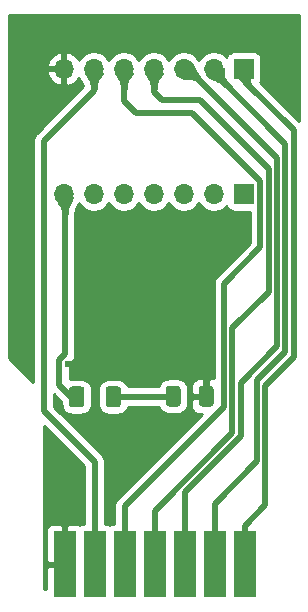
<source format=gtl>
%TF.GenerationSoftware,KiCad,Pcbnew,5.1.9+dfsg1-1+deb11u1*%
%TF.CreationDate,2025-07-24T09:20:50+02:00*%
%TF.ProjectId,ECI-Breakout,4543492d-4272-4656-916b-6f75742e6b69,1.1*%
%TF.SameCoordinates,Original*%
%TF.FileFunction,Copper,L1,Top*%
%TF.FilePolarity,Positive*%
%FSLAX46Y46*%
G04 Gerber Fmt 4.6, Leading zero omitted, Abs format (unit mm)*
G04 Created by KiCad (PCBNEW 5.1.9+dfsg1-1+deb11u1) date 2025-07-24 09:20:50*
%MOMM*%
%LPD*%
G01*
G04 APERTURE LIST*
%TA.AperFunction,SMDPad,CuDef*%
%ADD10R,1.930400X5.588000*%
%TD*%
%TA.AperFunction,ComponentPad*%
%ADD11R,1.700000X1.700000*%
%TD*%
%TA.AperFunction,ComponentPad*%
%ADD12O,1.700000X1.700000*%
%TD*%
%TA.AperFunction,ViaPad*%
%ADD13C,0.600000*%
%TD*%
%TA.AperFunction,Conductor*%
%ADD14C,0.500000*%
%TD*%
%TA.AperFunction,Conductor*%
%ADD15C,0.254000*%
%TD*%
%TA.AperFunction,Conductor*%
%ADD16C,0.100000*%
%TD*%
%TA.AperFunction,Conductor*%
%ADD17C,0.025400*%
%TD*%
G04 APERTURE END LIST*
D10*
%TO.P,ECI1,A*%
%TO.N,/RSRVD*%
X139672000Y-115190000D03*
%TO.P,ECI1,B*%
%TO.N,/~IRQ*%
X137132000Y-115190000D03*
%TO.P,ECI1,C*%
%TO.N,/~HALT*%
X134592000Y-115190000D03*
%TO.P,ECI1,D*%
%TO.N,/A13*%
X132052000Y-115190000D03*
%TO.P,ECI1,E*%
%TO.N,/A14*%
X129512000Y-115190000D03*
%TO.P,ECI1,F*%
%TO.N,/A15*%
X126972000Y-115190000D03*
%TO.P,ECI1,H*%
%TO.N,GND*%
X124432000Y-115190000D03*
%TD*%
%TO.P,D1,1*%
%TO.N,GND*%
%TA.AperFunction,SMDPad,CuDef*%
G36*
G01*
X137045000Y-100325000D02*
X137045000Y-101575000D01*
G75*
G02*
X136795000Y-101825000I-250000J0D01*
G01*
X136045000Y-101825000D01*
G75*
G02*
X135795000Y-101575000I0J250000D01*
G01*
X135795000Y-100325000D01*
G75*
G02*
X136045000Y-100075000I250000J0D01*
G01*
X136795000Y-100075000D01*
G75*
G02*
X137045000Y-100325000I0J-250000D01*
G01*
G37*
%TD.AperFunction*%
%TO.P,D1,2*%
%TO.N,Net-(D1-Pad2)*%
%TA.AperFunction,SMDPad,CuDef*%
G36*
G01*
X134245000Y-100325000D02*
X134245000Y-101575000D01*
G75*
G02*
X133995000Y-101825000I-250000J0D01*
G01*
X133245000Y-101825000D01*
G75*
G02*
X132995000Y-101575000I0J250000D01*
G01*
X132995000Y-100325000D01*
G75*
G02*
X133245000Y-100075000I250000J0D01*
G01*
X133995000Y-100075000D01*
G75*
G02*
X134245000Y-100325000I0J-250000D01*
G01*
G37*
%TD.AperFunction*%
%TD*%
D11*
%TO.P,P1,1*%
%TO.N,/RSRVD*%
X139600000Y-73230000D03*
D12*
%TO.P,P1,2*%
%TO.N,/~IRQ*%
X137060000Y-73230000D03*
%TO.P,P1,3*%
%TO.N,/~HALT*%
X134520000Y-73230000D03*
%TO.P,P1,4*%
%TO.N,/A13*%
X131980000Y-73230000D03*
%TO.P,P1,5*%
%TO.N,/A14*%
X129440000Y-73230000D03*
%TO.P,P1,6*%
%TO.N,/A15*%
X126900000Y-73230000D03*
%TO.P,P1,7*%
%TO.N,GND*%
X124360000Y-73230000D03*
%TD*%
%TO.P,P2,7*%
%TO.N,VCC*%
X124360000Y-83830000D03*
%TO.P,P2,6*%
%TO.N,/~REF*%
X126900000Y-83830000D03*
%TO.P,P2,5*%
%TO.N,/AUDIO*%
X129440000Y-83830000D03*
%TO.P,P2,4*%
%TO.N,/~MPD*%
X131980000Y-83830000D03*
%TO.P,P2,3*%
%TO.N,/~D1XX*%
X134520000Y-83830000D03*
%TO.P,P2,2*%
%TO.N,/~RST*%
X137060000Y-83830000D03*
D11*
%TO.P,P2,1*%
%TO.N,/~EXSEL*%
X139600000Y-83830000D03*
%TD*%
%TO.P,R1,1*%
%TO.N,VCC*%
%TA.AperFunction,SMDPad,CuDef*%
G36*
G01*
X124800000Y-101625001D02*
X124800000Y-100374999D01*
G75*
G02*
X125049999Y-100125000I249999J0D01*
G01*
X125850001Y-100125000D01*
G75*
G02*
X126100000Y-100374999I0J-249999D01*
G01*
X126100000Y-101625001D01*
G75*
G02*
X125850001Y-101875000I-249999J0D01*
G01*
X125049999Y-101875000D01*
G75*
G02*
X124800000Y-101625001I0J249999D01*
G01*
G37*
%TD.AperFunction*%
%TO.P,R1,2*%
%TO.N,Net-(D1-Pad2)*%
%TA.AperFunction,SMDPad,CuDef*%
G36*
G01*
X127900000Y-101625001D02*
X127900000Y-100374999D01*
G75*
G02*
X128149999Y-100125000I249999J0D01*
G01*
X128950001Y-100125000D01*
G75*
G02*
X129200000Y-100374999I0J-249999D01*
G01*
X129200000Y-101625001D01*
G75*
G02*
X128950001Y-101875000I-249999J0D01*
G01*
X128149999Y-101875000D01*
G75*
G02*
X127900000Y-101625001I0J249999D01*
G01*
G37*
%TD.AperFunction*%
%TD*%
D13*
%TO.N,GND*%
X123363500Y-105899900D03*
X124739990Y-98205300D03*
%TD*%
D14*
%TO.N,Net-(D1-Pad2)*%
X133570000Y-101000000D02*
X133620000Y-100950000D01*
X128550000Y-101000000D02*
X133570000Y-101000000D01*
%TO.N,GND*%
X123363500Y-110827500D02*
X124432000Y-111896000D01*
X123363500Y-105899900D02*
X123363500Y-110827500D01*
X124432000Y-115190000D02*
X124432000Y-111896000D01*
X136420000Y-100950000D02*
X136420000Y-99270000D01*
X136420000Y-99270000D02*
X135355300Y-98205300D01*
X135355300Y-98205300D02*
X124739990Y-98205300D01*
%TO.N,VCC*%
X123989988Y-97845298D02*
X123989988Y-99989988D01*
X123989988Y-99989988D02*
X125000000Y-101000000D01*
X124460000Y-97375286D02*
X123989988Y-97845298D01*
X124460000Y-83820000D02*
X124460000Y-97375286D01*
%TO.N,/RSRVD*%
X139710000Y-73340000D02*
X139600000Y-73230000D01*
X139710000Y-74330000D02*
X139710000Y-73340000D01*
X143815600Y-78435600D02*
X139710000Y-74330000D01*
X143815600Y-97659300D02*
X143815600Y-78435600D01*
X141425300Y-100049600D02*
X143815600Y-97659300D01*
X141425300Y-110142700D02*
X141425300Y-100049600D01*
X139672000Y-111896000D02*
X141425300Y-110142700D01*
X139672000Y-115190000D02*
X139672000Y-111896000D01*
%TO.N,/~IRQ*%
X137060000Y-73530000D02*
X137060000Y-73230000D01*
X143115200Y-97195900D02*
X143115200Y-79585200D01*
X140725000Y-99586100D02*
X143115200Y-97195900D01*
X140725000Y-106462700D02*
X140725000Y-99586100D01*
X143115200Y-79585200D02*
X137060000Y-73530000D01*
X137132000Y-110055700D02*
X140725000Y-106462700D01*
X137132000Y-115190000D02*
X137132000Y-110055700D01*
%TO.N,/~HALT*%
X134860000Y-73230000D02*
X134520000Y-73230000D01*
X142414800Y-80784800D02*
X134860000Y-73230000D01*
X142414800Y-96730700D02*
X142414800Y-80784800D01*
X139324400Y-99821100D02*
X142414800Y-96730700D01*
X139324400Y-104354000D02*
X139324400Y-99821100D01*
X134592000Y-109086400D02*
X139324400Y-104354000D01*
X134592000Y-115190000D02*
X134592000Y-109086400D01*
%TO.N,/A13*%
X132690300Y-75870300D02*
X131980000Y-75160000D01*
X135900300Y-75870300D02*
X132690300Y-75870300D01*
X141714400Y-81684400D02*
X135900300Y-75870300D01*
X141714400Y-92092500D02*
X141714400Y-81684400D01*
X138624000Y-95182900D02*
X141714400Y-92092500D01*
X138624000Y-104063900D02*
X138624000Y-95182900D01*
X131980000Y-75160000D02*
X131980000Y-73230000D01*
X132052000Y-110635900D02*
X138624000Y-104063900D01*
X132052000Y-115190000D02*
X132052000Y-110635900D01*
%TO.N,/A14*%
X129440000Y-75920000D02*
X129440000Y-73230000D01*
X135220000Y-76930000D02*
X130450000Y-76930000D01*
X141014000Y-82724000D02*
X135220000Y-76930000D01*
X141014000Y-88344400D02*
X141014000Y-82724000D01*
X137923600Y-91434800D02*
X141014000Y-88344400D01*
X137923600Y-101835200D02*
X137923600Y-91434800D01*
X129512000Y-110246800D02*
X137923600Y-101835200D01*
X130450000Y-76930000D02*
X129440000Y-75920000D01*
X129512000Y-115190000D02*
X129512000Y-110246800D01*
%TO.N,/A15*%
X126900000Y-75070000D02*
X126900000Y-73230000D01*
X122660000Y-102190100D02*
X122660000Y-79310000D01*
X122660000Y-79310000D02*
X126900000Y-75070000D01*
X126972000Y-106502100D02*
X122660000Y-102190100D01*
X126972000Y-115190000D02*
X126972000Y-106502100D01*
%TD*%
D15*
%TO.N,GND*%
X126087001Y-106868680D02*
X126087000Y-111757928D01*
X126006800Y-111757928D01*
X125882318Y-111770188D01*
X125762620Y-111806498D01*
X125702000Y-111838901D01*
X125641380Y-111806498D01*
X125521682Y-111770188D01*
X125397200Y-111757928D01*
X124717750Y-111761000D01*
X124559000Y-111919750D01*
X124559000Y-115063000D01*
X124579000Y-115063000D01*
X124579000Y-115317000D01*
X124559000Y-115317000D01*
X124559000Y-115337000D01*
X124305000Y-115337000D01*
X124305000Y-115317000D01*
X122990550Y-115317000D01*
X122831800Y-115475750D01*
X122829578Y-117290000D01*
X122710000Y-117290000D01*
X122710000Y-112396000D01*
X122828728Y-112396000D01*
X122831800Y-114904250D01*
X122990550Y-115063000D01*
X124305000Y-115063000D01*
X124305000Y-111919750D01*
X124146250Y-111761000D01*
X123466800Y-111757928D01*
X123342318Y-111770188D01*
X123222620Y-111806498D01*
X123112306Y-111865463D01*
X123015615Y-111944815D01*
X122936263Y-112041506D01*
X122877298Y-112151820D01*
X122840988Y-112271518D01*
X122828728Y-112396000D01*
X122710000Y-112396000D01*
X122710000Y-103491678D01*
X126087001Y-106868680D01*
%TA.AperFunction,Conductor*%
D16*
G36*
X126087001Y-106868680D02*
G01*
X126087000Y-111757928D01*
X126006800Y-111757928D01*
X125882318Y-111770188D01*
X125762620Y-111806498D01*
X125702000Y-111838901D01*
X125641380Y-111806498D01*
X125521682Y-111770188D01*
X125397200Y-111757928D01*
X124717750Y-111761000D01*
X124559000Y-111919750D01*
X124559000Y-115063000D01*
X124579000Y-115063000D01*
X124579000Y-115317000D01*
X124559000Y-115317000D01*
X124559000Y-115337000D01*
X124305000Y-115337000D01*
X124305000Y-115317000D01*
X122990550Y-115317000D01*
X122831800Y-115475750D01*
X122829578Y-117290000D01*
X122710000Y-117290000D01*
X122710000Y-112396000D01*
X122828728Y-112396000D01*
X122831800Y-114904250D01*
X122990550Y-115063000D01*
X124305000Y-115063000D01*
X124305000Y-111919750D01*
X124146250Y-111761000D01*
X123466800Y-111757928D01*
X123342318Y-111770188D01*
X123222620Y-111806498D01*
X123112306Y-111865463D01*
X123015615Y-111944815D01*
X122936263Y-112041506D01*
X122877298Y-112151820D01*
X122840988Y-112271518D01*
X122828728Y-112396000D01*
X122710000Y-112396000D01*
X122710000Y-103491678D01*
X126087001Y-106868680D01*
G37*
%TD.AperFunction*%
D15*
X135906525Y-84776632D02*
X136113368Y-84983475D01*
X136356589Y-85145990D01*
X136626842Y-85257932D01*
X136913740Y-85315000D01*
X137206260Y-85315000D01*
X137493158Y-85257932D01*
X137763411Y-85145990D01*
X138006632Y-84983475D01*
X138138487Y-84851620D01*
X138160498Y-84924180D01*
X138219463Y-85034494D01*
X138298815Y-85131185D01*
X138395506Y-85210537D01*
X138505820Y-85269502D01*
X138625518Y-85305812D01*
X138750000Y-85318072D01*
X140129001Y-85318072D01*
X140129000Y-87977821D01*
X137328551Y-90778271D01*
X137294784Y-90805983D01*
X137267071Y-90839751D01*
X137267068Y-90839754D01*
X137184190Y-90940741D01*
X137102012Y-91094487D01*
X137051405Y-91261310D01*
X137034319Y-91434800D01*
X137038601Y-91478279D01*
X137038600Y-99436986D01*
X136705750Y-99440000D01*
X136547000Y-99598750D01*
X136547000Y-100823000D01*
X136567000Y-100823000D01*
X136567000Y-101077000D01*
X136547000Y-101077000D01*
X136547000Y-101097000D01*
X136293000Y-101097000D01*
X136293000Y-101077000D01*
X135318750Y-101077000D01*
X135160000Y-101235750D01*
X135156928Y-101825000D01*
X135169188Y-101949482D01*
X135205498Y-102069180D01*
X135264463Y-102179494D01*
X135343815Y-102276185D01*
X135440506Y-102355537D01*
X135550820Y-102414502D01*
X135670518Y-102450812D01*
X135795000Y-102463072D01*
X136046426Y-102460795D01*
X128916952Y-109590270D01*
X128883184Y-109617983D01*
X128855471Y-109651751D01*
X128855468Y-109651754D01*
X128772590Y-109752741D01*
X128690412Y-109906487D01*
X128639805Y-110073310D01*
X128622719Y-110246800D01*
X128627001Y-110290279D01*
X128627001Y-111757928D01*
X128546800Y-111757928D01*
X128422318Y-111770188D01*
X128302620Y-111806498D01*
X128242000Y-111838901D01*
X128181380Y-111806498D01*
X128061682Y-111770188D01*
X127937200Y-111757928D01*
X127857000Y-111757928D01*
X127857000Y-106545569D01*
X127861281Y-106502100D01*
X127857000Y-106458631D01*
X127857000Y-106458623D01*
X127844195Y-106328610D01*
X127793589Y-106161787D01*
X127711411Y-106008041D01*
X127600817Y-105873283D01*
X127567049Y-105845570D01*
X123545000Y-101823522D01*
X123545000Y-100796578D01*
X124161928Y-101413507D01*
X124161928Y-101625001D01*
X124178992Y-101798255D01*
X124229528Y-101964851D01*
X124311595Y-102118387D01*
X124422038Y-102252962D01*
X124556613Y-102363405D01*
X124710149Y-102445472D01*
X124876745Y-102496008D01*
X125049999Y-102513072D01*
X125850001Y-102513072D01*
X126023255Y-102496008D01*
X126189851Y-102445472D01*
X126343387Y-102363405D01*
X126477962Y-102252962D01*
X126588405Y-102118387D01*
X126670472Y-101964851D01*
X126721008Y-101798255D01*
X126738072Y-101625001D01*
X126738072Y-100374999D01*
X127261928Y-100374999D01*
X127261928Y-101625001D01*
X127278992Y-101798255D01*
X127329528Y-101964851D01*
X127411595Y-102118387D01*
X127522038Y-102252962D01*
X127656613Y-102363405D01*
X127810149Y-102445472D01*
X127976745Y-102496008D01*
X128149999Y-102513072D01*
X128950001Y-102513072D01*
X129123255Y-102496008D01*
X129289851Y-102445472D01*
X129443387Y-102363405D01*
X129577962Y-102252962D01*
X129688405Y-102118387D01*
X129770472Y-101964851D01*
X129794694Y-101885000D01*
X132415473Y-101885000D01*
X132424528Y-101914850D01*
X132506595Y-102068386D01*
X132617038Y-102202962D01*
X132751614Y-102313405D01*
X132905150Y-102395472D01*
X133071746Y-102446008D01*
X133245000Y-102463072D01*
X133995000Y-102463072D01*
X134168254Y-102446008D01*
X134334850Y-102395472D01*
X134488386Y-102313405D01*
X134622962Y-102202962D01*
X134733405Y-102068386D01*
X134815472Y-101914850D01*
X134866008Y-101748254D01*
X134883072Y-101575000D01*
X134883072Y-100325000D01*
X134866008Y-100151746D01*
X134842728Y-100075000D01*
X135156928Y-100075000D01*
X135160000Y-100664250D01*
X135318750Y-100823000D01*
X136293000Y-100823000D01*
X136293000Y-99598750D01*
X136134250Y-99440000D01*
X135795000Y-99436928D01*
X135670518Y-99449188D01*
X135550820Y-99485498D01*
X135440506Y-99544463D01*
X135343815Y-99623815D01*
X135264463Y-99720506D01*
X135205498Y-99830820D01*
X135169188Y-99950518D01*
X135156928Y-100075000D01*
X134842728Y-100075000D01*
X134815472Y-99985150D01*
X134733405Y-99831614D01*
X134622962Y-99697038D01*
X134488386Y-99586595D01*
X134334850Y-99504528D01*
X134168254Y-99453992D01*
X133995000Y-99436928D01*
X133245000Y-99436928D01*
X133071746Y-99453992D01*
X132905150Y-99504528D01*
X132751614Y-99586595D01*
X132617038Y-99697038D01*
X132506595Y-99831614D01*
X132424528Y-99985150D01*
X132385139Y-100115000D01*
X129794694Y-100115000D01*
X129770472Y-100035149D01*
X129688405Y-99881613D01*
X129577962Y-99747038D01*
X129443387Y-99636595D01*
X129289851Y-99554528D01*
X129123255Y-99503992D01*
X128950001Y-99486928D01*
X128149999Y-99486928D01*
X127976745Y-99503992D01*
X127810149Y-99554528D01*
X127656613Y-99636595D01*
X127522038Y-99747038D01*
X127411595Y-99881613D01*
X127329528Y-100035149D01*
X127278992Y-100201745D01*
X127261928Y-100374999D01*
X126738072Y-100374999D01*
X126721008Y-100201745D01*
X126670472Y-100035149D01*
X126588405Y-99881613D01*
X126477962Y-99747038D01*
X126343387Y-99636595D01*
X126189851Y-99554528D01*
X126023255Y-99503992D01*
X125850001Y-99486928D01*
X125049999Y-99486928D01*
X124876745Y-99503992D01*
X124874988Y-99504525D01*
X124874988Y-98211876D01*
X125055044Y-98031820D01*
X125088817Y-98004103D01*
X125199411Y-97869345D01*
X125281589Y-97715599D01*
X125332195Y-97548776D01*
X125345000Y-97418763D01*
X125345000Y-97418753D01*
X125349281Y-97375287D01*
X125345000Y-97331821D01*
X125345000Y-85521208D01*
X125350812Y-85356683D01*
X125364225Y-85244710D01*
X125382203Y-85163253D01*
X125404392Y-85096172D01*
X125434783Y-85026079D01*
X125478721Y-84939333D01*
X125535583Y-84832494D01*
X125540780Y-84822516D01*
X125603340Y-84699776D01*
X125616007Y-84673445D01*
X125640884Y-84618529D01*
X125746525Y-84776632D01*
X125953368Y-84983475D01*
X126196589Y-85145990D01*
X126466842Y-85257932D01*
X126753740Y-85315000D01*
X127046260Y-85315000D01*
X127333158Y-85257932D01*
X127603411Y-85145990D01*
X127846632Y-84983475D01*
X128053475Y-84776632D01*
X128170000Y-84602240D01*
X128286525Y-84776632D01*
X128493368Y-84983475D01*
X128736589Y-85145990D01*
X129006842Y-85257932D01*
X129293740Y-85315000D01*
X129586260Y-85315000D01*
X129873158Y-85257932D01*
X130143411Y-85145990D01*
X130386632Y-84983475D01*
X130593475Y-84776632D01*
X130710000Y-84602240D01*
X130826525Y-84776632D01*
X131033368Y-84983475D01*
X131276589Y-85145990D01*
X131546842Y-85257932D01*
X131833740Y-85315000D01*
X132126260Y-85315000D01*
X132413158Y-85257932D01*
X132683411Y-85145990D01*
X132926632Y-84983475D01*
X133133475Y-84776632D01*
X133250000Y-84602240D01*
X133366525Y-84776632D01*
X133573368Y-84983475D01*
X133816589Y-85145990D01*
X134086842Y-85257932D01*
X134373740Y-85315000D01*
X134666260Y-85315000D01*
X134953158Y-85257932D01*
X135223411Y-85145990D01*
X135466632Y-84983475D01*
X135673475Y-84776632D01*
X135790000Y-84602240D01*
X135906525Y-84776632D01*
%TA.AperFunction,Conductor*%
D16*
G36*
X135906525Y-84776632D02*
G01*
X136113368Y-84983475D01*
X136356589Y-85145990D01*
X136626842Y-85257932D01*
X136913740Y-85315000D01*
X137206260Y-85315000D01*
X137493158Y-85257932D01*
X137763411Y-85145990D01*
X138006632Y-84983475D01*
X138138487Y-84851620D01*
X138160498Y-84924180D01*
X138219463Y-85034494D01*
X138298815Y-85131185D01*
X138395506Y-85210537D01*
X138505820Y-85269502D01*
X138625518Y-85305812D01*
X138750000Y-85318072D01*
X140129001Y-85318072D01*
X140129000Y-87977821D01*
X137328551Y-90778271D01*
X137294784Y-90805983D01*
X137267071Y-90839751D01*
X137267068Y-90839754D01*
X137184190Y-90940741D01*
X137102012Y-91094487D01*
X137051405Y-91261310D01*
X137034319Y-91434800D01*
X137038601Y-91478279D01*
X137038600Y-99436986D01*
X136705750Y-99440000D01*
X136547000Y-99598750D01*
X136547000Y-100823000D01*
X136567000Y-100823000D01*
X136567000Y-101077000D01*
X136547000Y-101077000D01*
X136547000Y-101097000D01*
X136293000Y-101097000D01*
X136293000Y-101077000D01*
X135318750Y-101077000D01*
X135160000Y-101235750D01*
X135156928Y-101825000D01*
X135169188Y-101949482D01*
X135205498Y-102069180D01*
X135264463Y-102179494D01*
X135343815Y-102276185D01*
X135440506Y-102355537D01*
X135550820Y-102414502D01*
X135670518Y-102450812D01*
X135795000Y-102463072D01*
X136046426Y-102460795D01*
X128916952Y-109590270D01*
X128883184Y-109617983D01*
X128855471Y-109651751D01*
X128855468Y-109651754D01*
X128772590Y-109752741D01*
X128690412Y-109906487D01*
X128639805Y-110073310D01*
X128622719Y-110246800D01*
X128627001Y-110290279D01*
X128627001Y-111757928D01*
X128546800Y-111757928D01*
X128422318Y-111770188D01*
X128302620Y-111806498D01*
X128242000Y-111838901D01*
X128181380Y-111806498D01*
X128061682Y-111770188D01*
X127937200Y-111757928D01*
X127857000Y-111757928D01*
X127857000Y-106545569D01*
X127861281Y-106502100D01*
X127857000Y-106458631D01*
X127857000Y-106458623D01*
X127844195Y-106328610D01*
X127793589Y-106161787D01*
X127711411Y-106008041D01*
X127600817Y-105873283D01*
X127567049Y-105845570D01*
X123545000Y-101823522D01*
X123545000Y-100796578D01*
X124161928Y-101413507D01*
X124161928Y-101625001D01*
X124178992Y-101798255D01*
X124229528Y-101964851D01*
X124311595Y-102118387D01*
X124422038Y-102252962D01*
X124556613Y-102363405D01*
X124710149Y-102445472D01*
X124876745Y-102496008D01*
X125049999Y-102513072D01*
X125850001Y-102513072D01*
X126023255Y-102496008D01*
X126189851Y-102445472D01*
X126343387Y-102363405D01*
X126477962Y-102252962D01*
X126588405Y-102118387D01*
X126670472Y-101964851D01*
X126721008Y-101798255D01*
X126738072Y-101625001D01*
X126738072Y-100374999D01*
X127261928Y-100374999D01*
X127261928Y-101625001D01*
X127278992Y-101798255D01*
X127329528Y-101964851D01*
X127411595Y-102118387D01*
X127522038Y-102252962D01*
X127656613Y-102363405D01*
X127810149Y-102445472D01*
X127976745Y-102496008D01*
X128149999Y-102513072D01*
X128950001Y-102513072D01*
X129123255Y-102496008D01*
X129289851Y-102445472D01*
X129443387Y-102363405D01*
X129577962Y-102252962D01*
X129688405Y-102118387D01*
X129770472Y-101964851D01*
X129794694Y-101885000D01*
X132415473Y-101885000D01*
X132424528Y-101914850D01*
X132506595Y-102068386D01*
X132617038Y-102202962D01*
X132751614Y-102313405D01*
X132905150Y-102395472D01*
X133071746Y-102446008D01*
X133245000Y-102463072D01*
X133995000Y-102463072D01*
X134168254Y-102446008D01*
X134334850Y-102395472D01*
X134488386Y-102313405D01*
X134622962Y-102202962D01*
X134733405Y-102068386D01*
X134815472Y-101914850D01*
X134866008Y-101748254D01*
X134883072Y-101575000D01*
X134883072Y-100325000D01*
X134866008Y-100151746D01*
X134842728Y-100075000D01*
X135156928Y-100075000D01*
X135160000Y-100664250D01*
X135318750Y-100823000D01*
X136293000Y-100823000D01*
X136293000Y-99598750D01*
X136134250Y-99440000D01*
X135795000Y-99436928D01*
X135670518Y-99449188D01*
X135550820Y-99485498D01*
X135440506Y-99544463D01*
X135343815Y-99623815D01*
X135264463Y-99720506D01*
X135205498Y-99830820D01*
X135169188Y-99950518D01*
X135156928Y-100075000D01*
X134842728Y-100075000D01*
X134815472Y-99985150D01*
X134733405Y-99831614D01*
X134622962Y-99697038D01*
X134488386Y-99586595D01*
X134334850Y-99504528D01*
X134168254Y-99453992D01*
X133995000Y-99436928D01*
X133245000Y-99436928D01*
X133071746Y-99453992D01*
X132905150Y-99504528D01*
X132751614Y-99586595D01*
X132617038Y-99697038D01*
X132506595Y-99831614D01*
X132424528Y-99985150D01*
X132385139Y-100115000D01*
X129794694Y-100115000D01*
X129770472Y-100035149D01*
X129688405Y-99881613D01*
X129577962Y-99747038D01*
X129443387Y-99636595D01*
X129289851Y-99554528D01*
X129123255Y-99503992D01*
X128950001Y-99486928D01*
X128149999Y-99486928D01*
X127976745Y-99503992D01*
X127810149Y-99554528D01*
X127656613Y-99636595D01*
X127522038Y-99747038D01*
X127411595Y-99881613D01*
X127329528Y-100035149D01*
X127278992Y-100201745D01*
X127261928Y-100374999D01*
X126738072Y-100374999D01*
X126721008Y-100201745D01*
X126670472Y-100035149D01*
X126588405Y-99881613D01*
X126477962Y-99747038D01*
X126343387Y-99636595D01*
X126189851Y-99554528D01*
X126023255Y-99503992D01*
X125850001Y-99486928D01*
X125049999Y-99486928D01*
X124876745Y-99503992D01*
X124874988Y-99504525D01*
X124874988Y-98211876D01*
X125055044Y-98031820D01*
X125088817Y-98004103D01*
X125199411Y-97869345D01*
X125281589Y-97715599D01*
X125332195Y-97548776D01*
X125345000Y-97418763D01*
X125345000Y-97418753D01*
X125349281Y-97375287D01*
X125345000Y-97331821D01*
X125345000Y-85521208D01*
X125350812Y-85356683D01*
X125364225Y-85244710D01*
X125382203Y-85163253D01*
X125404392Y-85096172D01*
X125434783Y-85026079D01*
X125478721Y-84939333D01*
X125535583Y-84832494D01*
X125540780Y-84822516D01*
X125603340Y-84699776D01*
X125616007Y-84673445D01*
X125640884Y-84618529D01*
X125746525Y-84776632D01*
X125953368Y-84983475D01*
X126196589Y-85145990D01*
X126466842Y-85257932D01*
X126753740Y-85315000D01*
X127046260Y-85315000D01*
X127333158Y-85257932D01*
X127603411Y-85145990D01*
X127846632Y-84983475D01*
X128053475Y-84776632D01*
X128170000Y-84602240D01*
X128286525Y-84776632D01*
X128493368Y-84983475D01*
X128736589Y-85145990D01*
X129006842Y-85257932D01*
X129293740Y-85315000D01*
X129586260Y-85315000D01*
X129873158Y-85257932D01*
X130143411Y-85145990D01*
X130386632Y-84983475D01*
X130593475Y-84776632D01*
X130710000Y-84602240D01*
X130826525Y-84776632D01*
X131033368Y-84983475D01*
X131276589Y-85145990D01*
X131546842Y-85257932D01*
X131833740Y-85315000D01*
X132126260Y-85315000D01*
X132413158Y-85257932D01*
X132683411Y-85145990D01*
X132926632Y-84983475D01*
X133133475Y-84776632D01*
X133250000Y-84602240D01*
X133366525Y-84776632D01*
X133573368Y-84983475D01*
X133816589Y-85145990D01*
X134086842Y-85257932D01*
X134373740Y-85315000D01*
X134666260Y-85315000D01*
X134953158Y-85257932D01*
X135223411Y-85145990D01*
X135466632Y-84983475D01*
X135673475Y-84776632D01*
X135790000Y-84602240D01*
X135906525Y-84776632D01*
G37*
%TD.AperFunction*%
D15*
X144290000Y-77658422D02*
X141010331Y-74378753D01*
X141039502Y-74324180D01*
X141075812Y-74204482D01*
X141088072Y-74080000D01*
X141088072Y-72380000D01*
X141075812Y-72255518D01*
X141039502Y-72135820D01*
X140980537Y-72025506D01*
X140901185Y-71928815D01*
X140804494Y-71849463D01*
X140694180Y-71790498D01*
X140574482Y-71754188D01*
X140450000Y-71741928D01*
X138750000Y-71741928D01*
X138625518Y-71754188D01*
X138505820Y-71790498D01*
X138395506Y-71849463D01*
X138298815Y-71928815D01*
X138219463Y-72025506D01*
X138160498Y-72135820D01*
X138138487Y-72208380D01*
X138006632Y-72076525D01*
X137763411Y-71914010D01*
X137493158Y-71802068D01*
X137206260Y-71745000D01*
X136913740Y-71745000D01*
X136626842Y-71802068D01*
X136356589Y-71914010D01*
X136113368Y-72076525D01*
X135906525Y-72283368D01*
X135790000Y-72457760D01*
X135673475Y-72283368D01*
X135466632Y-72076525D01*
X135223411Y-71914010D01*
X134953158Y-71802068D01*
X134666260Y-71745000D01*
X134373740Y-71745000D01*
X134086842Y-71802068D01*
X133816589Y-71914010D01*
X133573368Y-72076525D01*
X133366525Y-72283368D01*
X133250000Y-72457760D01*
X133133475Y-72283368D01*
X132926632Y-72076525D01*
X132683411Y-71914010D01*
X132413158Y-71802068D01*
X132126260Y-71745000D01*
X131833740Y-71745000D01*
X131546842Y-71802068D01*
X131276589Y-71914010D01*
X131033368Y-72076525D01*
X130826525Y-72283368D01*
X130710000Y-72457760D01*
X130593475Y-72283368D01*
X130386632Y-72076525D01*
X130143411Y-71914010D01*
X129873158Y-71802068D01*
X129586260Y-71745000D01*
X129293740Y-71745000D01*
X129006842Y-71802068D01*
X128736589Y-71914010D01*
X128493368Y-72076525D01*
X128286525Y-72283368D01*
X128170000Y-72457760D01*
X128053475Y-72283368D01*
X127846632Y-72076525D01*
X127603411Y-71914010D01*
X127333158Y-71802068D01*
X127046260Y-71745000D01*
X126753740Y-71745000D01*
X126466842Y-71802068D01*
X126196589Y-71914010D01*
X125953368Y-72076525D01*
X125746525Y-72283368D01*
X125624805Y-72465534D01*
X125555178Y-72348645D01*
X125360269Y-72132412D01*
X125126920Y-71958359D01*
X124864099Y-71833175D01*
X124716890Y-71788524D01*
X124487000Y-71909845D01*
X124487000Y-73103000D01*
X124507000Y-73103000D01*
X124507000Y-73357000D01*
X124487000Y-73357000D01*
X124487000Y-74550155D01*
X124716890Y-74671476D01*
X124864099Y-74626825D01*
X125126920Y-74501641D01*
X125360269Y-74327588D01*
X125555178Y-74111355D01*
X125624595Y-73994819D01*
X125651051Y-74045433D01*
X125668119Y-74076002D01*
X125744620Y-74204558D01*
X125756319Y-74223458D01*
X125829102Y-74336561D01*
X125830182Y-74338232D01*
X125891399Y-74432710D01*
X125933829Y-74503860D01*
X125960934Y-74558573D01*
X125980155Y-74610747D01*
X125996442Y-74678418D01*
X126001400Y-74717021D01*
X122064951Y-78653470D01*
X122031184Y-78681183D01*
X122003471Y-78714951D01*
X122003468Y-78714954D01*
X121920590Y-78815941D01*
X121838412Y-78969687D01*
X121787805Y-79136510D01*
X121770719Y-79310000D01*
X121775001Y-79353479D01*
X121775000Y-99770909D01*
X119710000Y-97705909D01*
X119710000Y-73586891D01*
X122918519Y-73586891D01*
X123015843Y-73861252D01*
X123164822Y-74111355D01*
X123359731Y-74327588D01*
X123593080Y-74501641D01*
X123855901Y-74626825D01*
X124003110Y-74671476D01*
X124233000Y-74550155D01*
X124233000Y-73357000D01*
X123039186Y-73357000D01*
X122918519Y-73586891D01*
X119710000Y-73586891D01*
X119710000Y-72873109D01*
X122918519Y-72873109D01*
X123039186Y-73103000D01*
X124233000Y-73103000D01*
X124233000Y-71909845D01*
X124003110Y-71788524D01*
X123855901Y-71833175D01*
X123593080Y-71958359D01*
X123359731Y-72132412D01*
X123164822Y-72348645D01*
X123015843Y-72598748D01*
X122918519Y-72873109D01*
X119710000Y-72873109D01*
X119710000Y-68710000D01*
X144290001Y-68710000D01*
X144290000Y-77658422D01*
%TA.AperFunction,Conductor*%
D16*
G36*
X144290000Y-77658422D02*
G01*
X141010331Y-74378753D01*
X141039502Y-74324180D01*
X141075812Y-74204482D01*
X141088072Y-74080000D01*
X141088072Y-72380000D01*
X141075812Y-72255518D01*
X141039502Y-72135820D01*
X140980537Y-72025506D01*
X140901185Y-71928815D01*
X140804494Y-71849463D01*
X140694180Y-71790498D01*
X140574482Y-71754188D01*
X140450000Y-71741928D01*
X138750000Y-71741928D01*
X138625518Y-71754188D01*
X138505820Y-71790498D01*
X138395506Y-71849463D01*
X138298815Y-71928815D01*
X138219463Y-72025506D01*
X138160498Y-72135820D01*
X138138487Y-72208380D01*
X138006632Y-72076525D01*
X137763411Y-71914010D01*
X137493158Y-71802068D01*
X137206260Y-71745000D01*
X136913740Y-71745000D01*
X136626842Y-71802068D01*
X136356589Y-71914010D01*
X136113368Y-72076525D01*
X135906525Y-72283368D01*
X135790000Y-72457760D01*
X135673475Y-72283368D01*
X135466632Y-72076525D01*
X135223411Y-71914010D01*
X134953158Y-71802068D01*
X134666260Y-71745000D01*
X134373740Y-71745000D01*
X134086842Y-71802068D01*
X133816589Y-71914010D01*
X133573368Y-72076525D01*
X133366525Y-72283368D01*
X133250000Y-72457760D01*
X133133475Y-72283368D01*
X132926632Y-72076525D01*
X132683411Y-71914010D01*
X132413158Y-71802068D01*
X132126260Y-71745000D01*
X131833740Y-71745000D01*
X131546842Y-71802068D01*
X131276589Y-71914010D01*
X131033368Y-72076525D01*
X130826525Y-72283368D01*
X130710000Y-72457760D01*
X130593475Y-72283368D01*
X130386632Y-72076525D01*
X130143411Y-71914010D01*
X129873158Y-71802068D01*
X129586260Y-71745000D01*
X129293740Y-71745000D01*
X129006842Y-71802068D01*
X128736589Y-71914010D01*
X128493368Y-72076525D01*
X128286525Y-72283368D01*
X128170000Y-72457760D01*
X128053475Y-72283368D01*
X127846632Y-72076525D01*
X127603411Y-71914010D01*
X127333158Y-71802068D01*
X127046260Y-71745000D01*
X126753740Y-71745000D01*
X126466842Y-71802068D01*
X126196589Y-71914010D01*
X125953368Y-72076525D01*
X125746525Y-72283368D01*
X125624805Y-72465534D01*
X125555178Y-72348645D01*
X125360269Y-72132412D01*
X125126920Y-71958359D01*
X124864099Y-71833175D01*
X124716890Y-71788524D01*
X124487000Y-71909845D01*
X124487000Y-73103000D01*
X124507000Y-73103000D01*
X124507000Y-73357000D01*
X124487000Y-73357000D01*
X124487000Y-74550155D01*
X124716890Y-74671476D01*
X124864099Y-74626825D01*
X125126920Y-74501641D01*
X125360269Y-74327588D01*
X125555178Y-74111355D01*
X125624595Y-73994819D01*
X125651051Y-74045433D01*
X125668119Y-74076002D01*
X125744620Y-74204558D01*
X125756319Y-74223458D01*
X125829102Y-74336561D01*
X125830182Y-74338232D01*
X125891399Y-74432710D01*
X125933829Y-74503860D01*
X125960934Y-74558573D01*
X125980155Y-74610747D01*
X125996442Y-74678418D01*
X126001400Y-74717021D01*
X122064951Y-78653470D01*
X122031184Y-78681183D01*
X122003471Y-78714951D01*
X122003468Y-78714954D01*
X121920590Y-78815941D01*
X121838412Y-78969687D01*
X121787805Y-79136510D01*
X121770719Y-79310000D01*
X121775001Y-79353479D01*
X121775000Y-99770909D01*
X119710000Y-97705909D01*
X119710000Y-73586891D01*
X122918519Y-73586891D01*
X123015843Y-73861252D01*
X123164822Y-74111355D01*
X123359731Y-74327588D01*
X123593080Y-74501641D01*
X123855901Y-74626825D01*
X124003110Y-74671476D01*
X124233000Y-74550155D01*
X124233000Y-73357000D01*
X123039186Y-73357000D01*
X122918519Y-73586891D01*
X119710000Y-73586891D01*
X119710000Y-72873109D01*
X122918519Y-72873109D01*
X123039186Y-73103000D01*
X124233000Y-73103000D01*
X124233000Y-71909845D01*
X124003110Y-71788524D01*
X123855901Y-71833175D01*
X123593080Y-71958359D01*
X123359731Y-72132412D01*
X123164822Y-72348645D01*
X123015843Y-72598748D01*
X122918519Y-72873109D01*
X119710000Y-72873109D01*
X119710000Y-68710000D01*
X144290001Y-68710000D01*
X144290000Y-77658422D01*
G37*
%TD.AperFunction*%
%TD*%
D17*
%TO.N,VCC*%
X125148700Y-84110381D02*
X125089372Y-84266334D01*
X125026143Y-84405909D01*
X124963770Y-84528280D01*
X124903951Y-84640676D01*
X124903832Y-84640904D01*
X124848398Y-84750348D01*
X124848076Y-84751035D01*
X124798816Y-84864645D01*
X124798411Y-84865709D01*
X124757068Y-84990696D01*
X124756723Y-84991947D01*
X124725036Y-85135520D01*
X124724828Y-85136746D01*
X124704539Y-85306114D01*
X124704457Y-85307177D01*
X124697741Y-85497300D01*
X124222201Y-85497300D01*
X124215288Y-85324992D01*
X124215177Y-85323752D01*
X124193749Y-85169666D01*
X124193449Y-85168173D01*
X124159162Y-85038296D01*
X124158629Y-85036710D01*
X124112649Y-84924843D01*
X124111961Y-84923426D01*
X124055455Y-84823366D01*
X124054814Y-84822347D01*
X123988949Y-84727891D01*
X123988550Y-84727349D01*
X123914492Y-84632298D01*
X123914410Y-84632194D01*
X123833418Y-84530460D01*
X123746754Y-84415978D01*
X123660443Y-84289715D01*
X124311355Y-83426242D01*
X125148700Y-84110381D01*
%TA.AperFunction,Conductor*%
D16*
G36*
X125148700Y-84110381D02*
G01*
X125089372Y-84266334D01*
X125026143Y-84405909D01*
X124963770Y-84528280D01*
X124903951Y-84640676D01*
X124903832Y-84640904D01*
X124848398Y-84750348D01*
X124848076Y-84751035D01*
X124798816Y-84864645D01*
X124798411Y-84865709D01*
X124757068Y-84990696D01*
X124756723Y-84991947D01*
X124725036Y-85135520D01*
X124724828Y-85136746D01*
X124704539Y-85306114D01*
X124704457Y-85307177D01*
X124697741Y-85497300D01*
X124222201Y-85497300D01*
X124215288Y-85324992D01*
X124215177Y-85323752D01*
X124193749Y-85169666D01*
X124193449Y-85168173D01*
X124159162Y-85038296D01*
X124158629Y-85036710D01*
X124112649Y-84924843D01*
X124111961Y-84923426D01*
X124055455Y-84823366D01*
X124054814Y-84822347D01*
X123988949Y-84727891D01*
X123988550Y-84727349D01*
X123914492Y-84632298D01*
X123914410Y-84632194D01*
X123833418Y-84530460D01*
X123746754Y-84415978D01*
X123660443Y-84289715D01*
X124311355Y-83426242D01*
X125148700Y-84110381D01*
G37*
%TD.AperFunction*%
%TD*%
D17*
%TO.N,/RSRVD*%
X140391044Y-73503363D02*
X140345766Y-73621233D01*
X140291621Y-73738371D01*
X140237059Y-73848501D01*
X140236956Y-73848714D01*
X140187449Y-73953501D01*
X140187082Y-73954358D01*
X140148088Y-74055526D01*
X140147567Y-74057220D01*
X140124469Y-74156650D01*
X140124142Y-74159292D01*
X140122321Y-74258866D01*
X140122682Y-74262114D01*
X140147521Y-74363712D01*
X140148679Y-74366723D01*
X140205558Y-74472225D01*
X140207048Y-74474408D01*
X140293791Y-74576776D01*
X139957613Y-74912954D01*
X139826510Y-74778148D01*
X139711721Y-74652629D01*
X139616399Y-74541505D01*
X139534702Y-74440612D01*
X139460835Y-74345828D01*
X139389116Y-74253177D01*
X139389007Y-74253039D01*
X139313701Y-74158493D01*
X139313481Y-74158223D01*
X139228862Y-74057759D01*
X139228575Y-74057431D01*
X139128890Y-73946994D01*
X139128587Y-73946670D01*
X139014526Y-73828859D01*
X139549442Y-72827998D01*
X140391044Y-73503363D01*
%TA.AperFunction,Conductor*%
D16*
G36*
X140391044Y-73503363D02*
G01*
X140345766Y-73621233D01*
X140291621Y-73738371D01*
X140237059Y-73848501D01*
X140236956Y-73848714D01*
X140187449Y-73953501D01*
X140187082Y-73954358D01*
X140148088Y-74055526D01*
X140147567Y-74057220D01*
X140124469Y-74156650D01*
X140124142Y-74159292D01*
X140122321Y-74258866D01*
X140122682Y-74262114D01*
X140147521Y-74363712D01*
X140148679Y-74366723D01*
X140205558Y-74472225D01*
X140207048Y-74474408D01*
X140293791Y-74576776D01*
X139957613Y-74912954D01*
X139826510Y-74778148D01*
X139711721Y-74652629D01*
X139616399Y-74541505D01*
X139534702Y-74440612D01*
X139460835Y-74345828D01*
X139389116Y-74253177D01*
X139389007Y-74253039D01*
X139313701Y-74158493D01*
X139313481Y-74158223D01*
X139228862Y-74057759D01*
X139228575Y-74057431D01*
X139128890Y-73946994D01*
X139128587Y-73946670D01*
X139014526Y-73828859D01*
X139549442Y-72827998D01*
X140391044Y-73503363D01*
G37*
%TD.AperFunction*%
%TD*%
D17*
%TO.N,/~IRQ*%
X137894817Y-73167867D02*
X137903671Y-73314734D01*
X137906896Y-73454605D01*
X137908549Y-73581794D01*
X137908558Y-73582134D01*
X137913252Y-73699979D01*
X137913319Y-73700870D01*
X137925665Y-73812546D01*
X137925901Y-73813951D01*
X137950510Y-73922763D01*
X137951024Y-73924470D01*
X137992509Y-74033723D01*
X137993288Y-74035397D01*
X138056263Y-74148397D01*
X138057158Y-74149783D01*
X138146234Y-74269832D01*
X138147080Y-74270855D01*
X138258636Y-74392297D01*
X137922391Y-74728542D01*
X137775380Y-74590555D01*
X137774676Y-74589942D01*
X137634347Y-74476411D01*
X137633502Y-74475783D01*
X137504860Y-74388274D01*
X137503966Y-74387719D01*
X137383046Y-74319379D01*
X137382276Y-74318977D01*
X137265111Y-74262952D01*
X137264657Y-74262746D01*
X137147283Y-74212182D01*
X137147250Y-74212168D01*
X137025858Y-74160279D01*
X136896693Y-74100321D01*
X136755527Y-74025356D01*
X136605805Y-73933119D01*
X136852383Y-72880312D01*
X137894817Y-73167867D01*
%TA.AperFunction,Conductor*%
D16*
G36*
X137894817Y-73167867D02*
G01*
X137903671Y-73314734D01*
X137906896Y-73454605D01*
X137908549Y-73581794D01*
X137908558Y-73582134D01*
X137913252Y-73699979D01*
X137913319Y-73700870D01*
X137925665Y-73812546D01*
X137925901Y-73813951D01*
X137950510Y-73922763D01*
X137951024Y-73924470D01*
X137992509Y-74033723D01*
X137993288Y-74035397D01*
X138056263Y-74148397D01*
X138057158Y-74149783D01*
X138146234Y-74269832D01*
X138147080Y-74270855D01*
X138258636Y-74392297D01*
X137922391Y-74728542D01*
X137775380Y-74590555D01*
X137774676Y-74589942D01*
X137634347Y-74476411D01*
X137633502Y-74475783D01*
X137504860Y-74388274D01*
X137503966Y-74387719D01*
X137383046Y-74319379D01*
X137382276Y-74318977D01*
X137265111Y-74262952D01*
X137264657Y-74262746D01*
X137147283Y-74212182D01*
X137147250Y-74212168D01*
X137025858Y-74160279D01*
X136896693Y-74100321D01*
X136755527Y-74025356D01*
X136605805Y-73933119D01*
X136852383Y-72880312D01*
X137894817Y-73167867D01*
G37*
%TD.AperFunction*%
%TD*%
D17*
%TO.N,/~HALT*%
X135304693Y-72898626D02*
X135384682Y-73037906D01*
X135448722Y-73165752D01*
X135503860Y-73286265D01*
X135557021Y-73403276D01*
X135557204Y-73403662D01*
X135615279Y-73520867D01*
X135615658Y-73521574D01*
X135685638Y-73642893D01*
X135686172Y-73643739D01*
X135775051Y-73773091D01*
X135775660Y-73773906D01*
X135890429Y-73915212D01*
X135891031Y-73915900D01*
X136030254Y-74064109D01*
X135694003Y-74400360D01*
X135575045Y-74291328D01*
X135573991Y-74290461D01*
X135455955Y-74203599D01*
X135454525Y-74202687D01*
X135343190Y-74141761D01*
X135341456Y-74140975D01*
X135233640Y-74101536D01*
X135231868Y-74101030D01*
X135124390Y-74078631D01*
X135122924Y-74078414D01*
X135012601Y-74068606D01*
X135011658Y-74068557D01*
X134895309Y-74066892D01*
X134894922Y-74066893D01*
X134769392Y-74068922D01*
X134631745Y-74070193D01*
X134487498Y-74066502D01*
X134163173Y-73034909D01*
X135206575Y-72751170D01*
X135304693Y-72898626D01*
%TA.AperFunction,Conductor*%
D16*
G36*
X135304693Y-72898626D02*
G01*
X135384682Y-73037906D01*
X135448722Y-73165752D01*
X135503860Y-73286265D01*
X135557021Y-73403276D01*
X135557204Y-73403662D01*
X135615279Y-73520867D01*
X135615658Y-73521574D01*
X135685638Y-73642893D01*
X135686172Y-73643739D01*
X135775051Y-73773091D01*
X135775660Y-73773906D01*
X135890429Y-73915212D01*
X135891031Y-73915900D01*
X136030254Y-74064109D01*
X135694003Y-74400360D01*
X135575045Y-74291328D01*
X135573991Y-74290461D01*
X135455955Y-74203599D01*
X135454525Y-74202687D01*
X135343190Y-74141761D01*
X135341456Y-74140975D01*
X135233640Y-74101536D01*
X135231868Y-74101030D01*
X135124390Y-74078631D01*
X135122924Y-74078414D01*
X135012601Y-74068606D01*
X135011658Y-74068557D01*
X134895309Y-74066892D01*
X134894922Y-74066893D01*
X134769392Y-74068922D01*
X134631745Y-74070193D01*
X134487498Y-74066502D01*
X134163173Y-73034909D01*
X135206575Y-72751170D01*
X135304693Y-72898626D01*
G37*
%TD.AperFunction*%
%TD*%
D17*
%TO.N,/A13*%
X132729512Y-73602722D02*
X132655104Y-73745071D01*
X132578890Y-73873144D01*
X132506227Y-73986060D01*
X132438594Y-74090441D01*
X132438344Y-74090842D01*
X132377227Y-74193328D01*
X132376755Y-74194195D01*
X132323588Y-74301514D01*
X132323051Y-74302762D01*
X132279243Y-74421676D01*
X132278813Y-74423094D01*
X132245775Y-74560366D01*
X132245525Y-74561720D01*
X132224668Y-74724110D01*
X132224574Y-74725253D01*
X132217766Y-74907300D01*
X131742234Y-74907300D01*
X131735425Y-74725253D01*
X131735331Y-74724110D01*
X131714474Y-74561720D01*
X131714224Y-74560366D01*
X131681186Y-74423094D01*
X131680756Y-74421676D01*
X131636948Y-74302762D01*
X131636411Y-74301514D01*
X131583244Y-74194195D01*
X131582772Y-74193328D01*
X131521655Y-74090842D01*
X131521405Y-74090441D01*
X131453772Y-73986060D01*
X131381109Y-73873144D01*
X131304896Y-73745071D01*
X131230488Y-73602722D01*
X131980000Y-72823322D01*
X132729512Y-73602722D01*
%TA.AperFunction,Conductor*%
D16*
G36*
X132729512Y-73602722D02*
G01*
X132655104Y-73745071D01*
X132578890Y-73873144D01*
X132506227Y-73986060D01*
X132438594Y-74090441D01*
X132438344Y-74090842D01*
X132377227Y-74193328D01*
X132376755Y-74194195D01*
X132323588Y-74301514D01*
X132323051Y-74302762D01*
X132279243Y-74421676D01*
X132278813Y-74423094D01*
X132245775Y-74560366D01*
X132245525Y-74561720D01*
X132224668Y-74724110D01*
X132224574Y-74725253D01*
X132217766Y-74907300D01*
X131742234Y-74907300D01*
X131735425Y-74725253D01*
X131735331Y-74724110D01*
X131714474Y-74561720D01*
X131714224Y-74560366D01*
X131681186Y-74423094D01*
X131680756Y-74421676D01*
X131636948Y-74302762D01*
X131636411Y-74301514D01*
X131583244Y-74194195D01*
X131582772Y-74193328D01*
X131521655Y-74090842D01*
X131521405Y-74090441D01*
X131453772Y-73986060D01*
X131381109Y-73873144D01*
X131304896Y-73745071D01*
X131230488Y-73602722D01*
X131980000Y-72823322D01*
X132729512Y-73602722D01*
G37*
%TD.AperFunction*%
%TD*%
D17*
%TO.N,/A14*%
X130189512Y-73602722D02*
X130115104Y-73745071D01*
X130038890Y-73873144D01*
X129966227Y-73986060D01*
X129898594Y-74090441D01*
X129898344Y-74090842D01*
X129837227Y-74193328D01*
X129836755Y-74194195D01*
X129783588Y-74301514D01*
X129783051Y-74302762D01*
X129739243Y-74421676D01*
X129738813Y-74423094D01*
X129705775Y-74560366D01*
X129705525Y-74561720D01*
X129684668Y-74724110D01*
X129684574Y-74725253D01*
X129677766Y-74907300D01*
X129202234Y-74907300D01*
X129195425Y-74725253D01*
X129195331Y-74724110D01*
X129174474Y-74561720D01*
X129174224Y-74560366D01*
X129141186Y-74423094D01*
X129140756Y-74421676D01*
X129096948Y-74302762D01*
X129096411Y-74301514D01*
X129043244Y-74194195D01*
X129042772Y-74193328D01*
X128981655Y-74090842D01*
X128981405Y-74090441D01*
X128913772Y-73986060D01*
X128841109Y-73873144D01*
X128764896Y-73745071D01*
X128690488Y-73602722D01*
X129440000Y-72823322D01*
X130189512Y-73602722D01*
%TA.AperFunction,Conductor*%
D16*
G36*
X130189512Y-73602722D02*
G01*
X130115104Y-73745071D01*
X130038890Y-73873144D01*
X129966227Y-73986060D01*
X129898594Y-74090441D01*
X129898344Y-74090842D01*
X129837227Y-74193328D01*
X129836755Y-74194195D01*
X129783588Y-74301514D01*
X129783051Y-74302762D01*
X129739243Y-74421676D01*
X129738813Y-74423094D01*
X129705775Y-74560366D01*
X129705525Y-74561720D01*
X129684668Y-74724110D01*
X129684574Y-74725253D01*
X129677766Y-74907300D01*
X129202234Y-74907300D01*
X129195425Y-74725253D01*
X129195331Y-74724110D01*
X129174474Y-74561720D01*
X129174224Y-74560366D01*
X129141186Y-74423094D01*
X129140756Y-74421676D01*
X129096948Y-74302762D01*
X129096411Y-74301514D01*
X129043244Y-74194195D01*
X129042772Y-74193328D01*
X128981655Y-74090842D01*
X128981405Y-74090441D01*
X128913772Y-73986060D01*
X128841109Y-73873144D01*
X128764896Y-73745071D01*
X128690488Y-73602722D01*
X129440000Y-72823322D01*
X130189512Y-73602722D01*
G37*
%TD.AperFunction*%
%TD*%
D17*
%TO.N,/A15*%
X127649512Y-73602722D02*
X127575104Y-73745071D01*
X127498890Y-73873144D01*
X127426227Y-73986060D01*
X127358594Y-74090441D01*
X127358344Y-74090842D01*
X127297227Y-74193328D01*
X127296755Y-74194195D01*
X127243588Y-74301514D01*
X127243051Y-74302762D01*
X127199243Y-74421676D01*
X127198813Y-74423094D01*
X127165775Y-74560366D01*
X127165525Y-74561720D01*
X127144668Y-74724110D01*
X127144574Y-74725253D01*
X127137766Y-74907300D01*
X126662234Y-74907300D01*
X126655425Y-74725253D01*
X126655331Y-74724110D01*
X126634474Y-74561720D01*
X126634224Y-74560366D01*
X126601186Y-74423094D01*
X126600756Y-74421676D01*
X126556948Y-74302762D01*
X126556411Y-74301514D01*
X126503244Y-74194195D01*
X126502772Y-74193328D01*
X126441655Y-74090842D01*
X126441405Y-74090441D01*
X126373772Y-73986060D01*
X126301109Y-73873144D01*
X126224896Y-73745071D01*
X126150488Y-73602722D01*
X126900000Y-72823322D01*
X127649512Y-73602722D01*
%TA.AperFunction,Conductor*%
D16*
G36*
X127649512Y-73602722D02*
G01*
X127575104Y-73745071D01*
X127498890Y-73873144D01*
X127426227Y-73986060D01*
X127358594Y-74090441D01*
X127358344Y-74090842D01*
X127297227Y-74193328D01*
X127296755Y-74194195D01*
X127243588Y-74301514D01*
X127243051Y-74302762D01*
X127199243Y-74421676D01*
X127198813Y-74423094D01*
X127165775Y-74560366D01*
X127165525Y-74561720D01*
X127144668Y-74724110D01*
X127144574Y-74725253D01*
X127137766Y-74907300D01*
X126662234Y-74907300D01*
X126655425Y-74725253D01*
X126655331Y-74724110D01*
X126634474Y-74561720D01*
X126634224Y-74560366D01*
X126601186Y-74423094D01*
X126600756Y-74421676D01*
X126556948Y-74302762D01*
X126556411Y-74301514D01*
X126503244Y-74194195D01*
X126502772Y-74193328D01*
X126441655Y-74090842D01*
X126441405Y-74090441D01*
X126373772Y-73986060D01*
X126301109Y-73873144D01*
X126224896Y-73745071D01*
X126150488Y-73602722D01*
X126900000Y-72823322D01*
X127649512Y-73602722D01*
G37*
%TD.AperFunction*%
%TD*%
M02*

</source>
